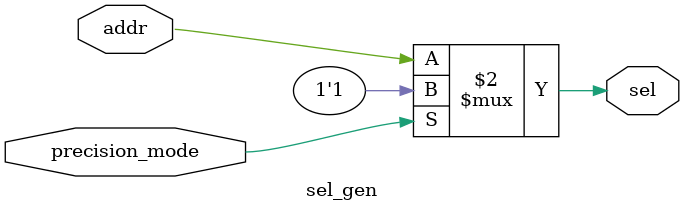
<source format=v>

module sel_gen #(
  parameter integer NUM_BANKS   = 2,
  parameter integer BANK_ID     = 1,
  parameter integer ADDR_WIDTH  = $clog2(NUM_BANKS),
  parameter integer MODE_WIDTH  = $clog2(ADDR_WIDTH + 1),
  parameter integer MAX_MODE    = ADDR_WIDTH + 1,
  parameter integer SEL_WIDTH   = ADDR_WIDTH
) (
  input  wire        [ ADDR_WIDTH     -1 : 0 ]    addr,
  input  wire        [ MODE_WIDTH     -1 : 0 ]    precision_mode,
  output wire        [ SEL_WIDTH      -1 : 0 ]    sel
);

genvar ii;
generate
if (NUM_BANKS == 2)
begin
  assign sel = BANK_ID == 0 ? addr[0] : precision_mode[0] == 1'b0 ? addr[0] : 1'b1;
end
else if (NUM_BANKS > 2)
begin
  for (ii=0; ii<MAX_MODE-1; ii=ii+1)
  begin
    wire [ADDR_WIDTH-1:0] bank_id;
    assign bank_id = BANK_ID;
    assign sel = precision_mode == ii ? {addr[ADDR_WIDTH-ii-1:0], bank_id} >> (MAX_MODE - ii - 1) : 'bz;
  end
  assign sel = precision_mode == MAX_MODE-1 ? BANK_ID : 'bz;
end
endgenerate

endmodule

</source>
